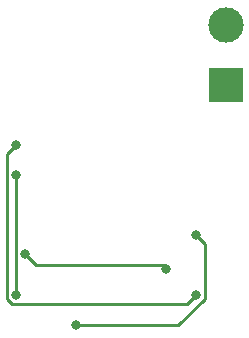
<source format=gbr>
%TF.GenerationSoftware,KiCad,Pcbnew,(6.0.10)*%
%TF.CreationDate,2023-02-16T14:40:30-08:00*%
%TF.ProjectId,Lab 4 555 timer,4c616220-3420-4353-9535-2074696d6572,rev?*%
%TF.SameCoordinates,Original*%
%TF.FileFunction,Copper,L2,Bot*%
%TF.FilePolarity,Positive*%
%FSLAX46Y46*%
G04 Gerber Fmt 4.6, Leading zero omitted, Abs format (unit mm)*
G04 Created by KiCad (PCBNEW (6.0.10)) date 2023-02-16 14:40:30*
%MOMM*%
%LPD*%
G01*
G04 APERTURE LIST*
%TA.AperFunction,ComponentPad*%
%ADD10R,3.000000X3.000000*%
%TD*%
%TA.AperFunction,ComponentPad*%
%ADD11C,3.000000*%
%TD*%
%TA.AperFunction,ViaPad*%
%ADD12C,0.800000*%
%TD*%
%TA.AperFunction,Conductor*%
%ADD13C,0.250000*%
%TD*%
G04 APERTURE END LIST*
D10*
%TO.P,J1,1,Pin_1*%
%TO.N,+9V*%
X154940000Y-66040000D03*
D11*
%TO.P,J1,2,Pin_2*%
%TO.N,GND*%
X154940000Y-60960000D03*
%TD*%
D12*
%TO.N,/pin_2*%
X137884500Y-80307650D03*
X149860000Y-81589500D03*
%TO.N,Net-(C2-Pad1)*%
X152400000Y-83820000D03*
X137160000Y-71120000D03*
%TO.N,+9V*%
X142240000Y-86360000D03*
X152400000Y-78740000D03*
%TO.N,/pin_3*%
X137160000Y-83820000D03*
X137160000Y-73660000D03*
%TD*%
D13*
%TO.N,/pin_2*%
X149860000Y-81589500D02*
X149860000Y-81280000D01*
X137884500Y-80307650D02*
X138856850Y-81280000D01*
X138856850Y-81280000D02*
X149860000Y-81280000D01*
%TO.N,Net-(C2-Pad1)*%
X151675000Y-84545000D02*
X152400000Y-83820000D01*
X136859695Y-84545000D02*
X151675000Y-84545000D01*
X137160000Y-71120000D02*
X136435000Y-71845000D01*
X136435000Y-84120305D02*
X136859695Y-84545000D01*
X136435000Y-71845000D02*
X136435000Y-84120305D01*
%TO.N,+9V*%
X153125000Y-84120305D02*
X153125000Y-79465000D01*
X150885305Y-86360000D02*
X153125000Y-84120305D01*
X142240000Y-86360000D02*
X150885305Y-86360000D01*
X153125000Y-79465000D02*
X152400000Y-78740000D01*
%TO.N,/pin_3*%
X137160000Y-73660000D02*
X137160000Y-83820000D01*
%TD*%
M02*

</source>
